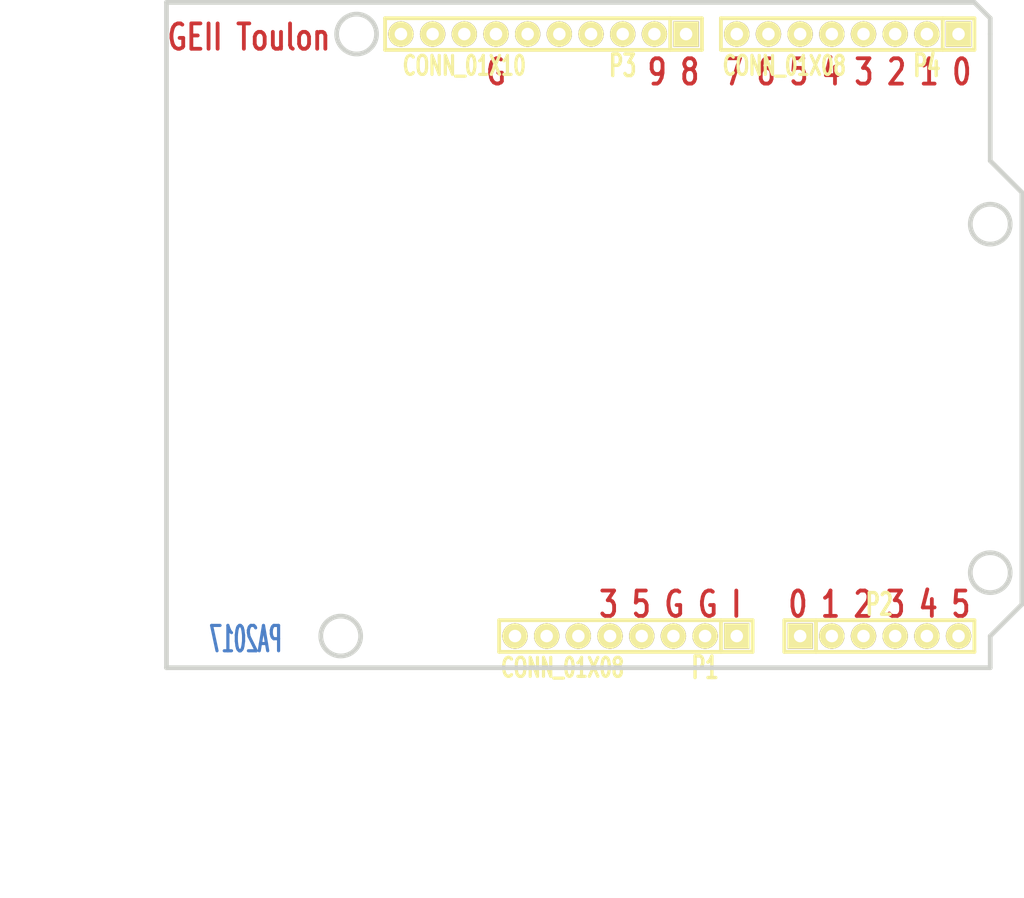
<source format=kicad_pcb>
(kicad_pcb (version 4) (host pcbnew 4.0.2+dfsg1-stable)

  (general
    (links 4)
    (no_connects 4)
    (area 62.737999 53.149499 144.970501 124.8664)
    (thickness 1.6002)
    (drawings 24)
    (tracks 0)
    (zones 0)
    (modules 4)
    (nets 4)
  )

  (page A4)
  (title_block
    (date "9 sep 2015")
  )

  (layers
    (0 Dessus signal)
    (31 Dessous signal)
    (32 B.Adhes user)
    (33 F.Adhes user)
    (34 B.Paste user)
    (35 F.Paste user)
    (36 B.SilkS user)
    (37 F.SilkS user)
    (38 B.Mask user)
    (39 F.Mask user)
    (40 Dwgs.User user)
    (41 Cmts.User user)
    (42 Eco1.User user)
    (43 Eco2.User user)
    (44 Edge.Cuts user)
  )

  (setup
    (last_trace_width 0.8128)
    (trace_clearance 0.254)
    (zone_clearance 0.508)
    (zone_45_only no)
    (trace_min 0.2032)
    (segment_width 0.381)
    (edge_width 0.381)
    (via_size 2.159)
    (via_drill 0.635)
    (via_min_size 0.889)
    (via_min_drill 0.508)
    (uvia_size 0.508)
    (uvia_drill 0.127)
    (uvias_allowed no)
    (uvia_min_size 0.508)
    (uvia_min_drill 0.127)
    (pcb_text_width 0.3048)
    (pcb_text_size 1.524 2.032)
    (mod_edge_width 0.381)
    (mod_text_size 1.524 1.524)
    (mod_text_width 0.3048)
    (pad_size 2.032 2.032)
    (pad_drill 1.00076)
    (pad_to_mask_clearance 0.254)
    (aux_axis_origin 0 0)
    (visible_elements 7FFFFFFF)
    (pcbplotparams
      (layerselection 0x00030_ffffffff)
      (usegerberextensions true)
      (excludeedgelayer true)
      (linewidth 0.150000)
      (plotframeref false)
      (viasonmask false)
      (mode 1)
      (useauxorigin false)
      (hpglpennumber 1)
      (hpglpenspeed 20)
      (hpglpendiameter 15)
      (hpglpenoverlay 2)
      (psnegative false)
      (psa4output false)
      (plotreference true)
      (plotvalue true)
      (plotinvisibletext false)
      (padsonsilk false)
      (subtractmaskfromsilk false)
      (outputformat 1)
      (mirror false)
      (drillshape 1)
      (scaleselection 1)
      (outputdirectory ""))
  )

  (net 0 "")
  (net 1 /AD4/SDA)
  (net 2 /AD5/SCL)
  (net 3 GND)

  (net_class Default "Ceci est la Netclass par défaut"
    (clearance 0.254)
    (trace_width 0.8128)
    (via_dia 2.159)
    (via_drill 0.635)
    (uvia_dia 0.508)
    (uvia_drill 0.127)
    (add_net /AD4/SDA)
    (add_net /AD5/SCL)
    (add_net GND)
  )

  (module IUT-CONNECTIQUE:IUT-SIL-8 locked (layer Dessus) (tedit 200000) (tstamp 577918FB)
    (at 113.03 104.14 180)
    (descr "Connecteur 8 pins")
    (tags "CONN DEV")
    (path /5779158E)
    (fp_text reference P1 (at -6.35 -2.54 180) (layer F.SilkS)
      (effects (font (size 1.72974 1.08712) (thickness 0.3048)))
    )
    (fp_text value CONN_01X08 (at 5.08 -2.54 180) (layer F.SilkS)
      (effects (font (size 1.524 1.016) (thickness 0.3048)))
    )
    (fp_line (start -10.16 -1.27) (end 10.16 -1.27) (layer F.SilkS) (width 0.3048))
    (fp_line (start 10.16 -1.27) (end 10.16 1.27) (layer F.SilkS) (width 0.3048))
    (fp_line (start 10.16 1.27) (end -10.16 1.27) (layer F.SilkS) (width 0.3048))
    (fp_line (start -10.16 1.27) (end -10.16 -1.27) (layer F.SilkS) (width 0.3048))
    (fp_line (start -7.62 1.27) (end -7.62 -1.27) (layer F.SilkS) (width 0.3048))
    (pad 1 thru_hole rect (at -8.89 0 180) (size 2.032 2.032) (drill 1.00076) (layers *.Mask Dessous F.SilkS))
    (pad 2 thru_hole circle (at -6.35 0 180) (size 2.032 2.032) (drill 1.00076) (layers *.Mask Dessous F.SilkS)
      (net 3 GND))
    (pad 3 thru_hole circle (at -3.81 0 180) (size 2.032 2.032) (drill 1.00076) (layers *.Mask Dessous F.SilkS)
      (net 3 GND))
    (pad 4 thru_hole circle (at -1.27 0 180) (size 2.032 2.032) (drill 1.00076) (layers *.Mask Dessous F.SilkS))
    (pad 5 thru_hole circle (at 1.27 0 180) (size 2.032 2.032) (drill 1.00076) (layers *.Mask Dessous F.SilkS))
    (pad 6 thru_hole circle (at 3.81 0 180) (size 2.032 2.032) (drill 1.00076) (layers *.Mask Dessous F.SilkS))
    (pad 7 thru_hole circle (at 6.35 0 180) (size 2.032 2.032) (drill 1.00076) (layers *.Mask Dessous F.SilkS))
    (pad 8 thru_hole circle (at 8.89 0 180) (size 2.032 2.032) (drill 1.00076) (layers *.Mask Dessous F.SilkS))
  )

  (module IUT-CONNECTIQUE:IUT-SIL-6 locked (layer Dessus) (tedit 200000) (tstamp 57791905)
    (at 133.35 104.14)
    (descr "Connecteur 6 pins")
    (tags "CONN DEV")
    (path /57791919)
    (fp_text reference P2 (at 0 -2.54) (layer F.SilkS)
      (effects (font (size 1.72974 1.08712) (thickness 0.3048)))
    )
    (fp_text value CONN_01X06 (at 0 -2.54) (layer F.SilkS) hide
      (effects (font (size 1.524 1.016) (thickness 0.3048)))
    )
    (fp_line (start -7.62 1.27) (end -7.62 -1.27) (layer F.SilkS) (width 0.3048))
    (fp_line (start -7.62 -1.27) (end 7.62 -1.27) (layer F.SilkS) (width 0.3048))
    (fp_line (start 7.62 -1.27) (end 7.62 1.27) (layer F.SilkS) (width 0.3048))
    (fp_line (start 7.62 1.27) (end -7.62 1.27) (layer F.SilkS) (width 0.3048))
    (fp_line (start -5.08 1.27) (end -5.08 -1.27) (layer F.SilkS) (width 0.3048))
    (pad 1 thru_hole rect (at -6.35 0) (size 2.032 2.032) (drill 1.00076) (layers *.Mask Dessous F.SilkS))
    (pad 2 thru_hole circle (at -3.81 0) (size 2.032 2.032) (drill 1.00076) (layers *.Mask Dessous F.SilkS))
    (pad 3 thru_hole circle (at -1.27 0) (size 2.032 2.032) (drill 1.00076) (layers *.Mask Dessous F.SilkS))
    (pad 4 thru_hole circle (at 1.27 0) (size 2.032 2.032) (drill 1.00076) (layers *.Mask Dessous F.SilkS))
    (pad 5 thru_hole circle (at 3.81 0) (size 2.032 2.032) (drill 1.00076) (layers *.Mask Dessous F.SilkS)
      (net 1 /AD4/SDA))
    (pad 6 thru_hole circle (at 6.35 0) (size 2.032 2.032) (drill 1.00076) (layers *.Mask Dessous F.SilkS)
      (net 2 /AD5/SCL))
  )

  (module IUT-CONNECTIQUE:IUT-SIL-10 locked (layer Dessus) (tedit 5469D4F7) (tstamp 57791913)
    (at 106.426 55.88 180)
    (descr "Connecteur 10 pins")
    (tags "CONN DEV")
    (path /577917E8)
    (fp_text reference P3 (at -6.35 -2.54 180) (layer F.SilkS)
      (effects (font (size 1.72974 1.08712) (thickness 0.27178)))
    )
    (fp_text value CONN_01X10 (at 6.35 -2.54 180) (layer F.SilkS)
      (effects (font (size 1.524 1.016) (thickness 0.254)))
    )
    (fp_line (start -12.7 1.27) (end -12.7 -1.27) (layer F.SilkS) (width 0.3048))
    (fp_line (start -12.7 -1.27) (end 12.7 -1.27) (layer F.SilkS) (width 0.3048))
    (fp_line (start 12.7 -1.27) (end 12.7 1.27) (layer F.SilkS) (width 0.3048))
    (fp_line (start 12.7 1.27) (end -12.7 1.27) (layer F.SilkS) (width 0.3048))
    (fp_line (start -10.16 1.27) (end -10.16 -1.27) (layer F.SilkS) (width 0.3048))
    (pad 1 thru_hole rect (at -11.43 0 180) (size 2.032 2.032) (drill 1.00076) (layers *.Mask Dessous F.SilkS))
    (pad 2 thru_hole circle (at -8.89 0 180) (size 2.032 2.032) (drill 1.00076) (layers *.Mask Dessous F.SilkS))
    (pad 3 thru_hole circle (at -6.35 0 180) (size 2.032 2.032) (drill 1.00076) (layers *.Mask Dessous F.SilkS))
    (pad 4 thru_hole circle (at -3.81 0 180) (size 2.032 2.032) (drill 1.00076) (layers *.Mask Dessous F.SilkS))
    (pad 5 thru_hole circle (at -1.27 0 180) (size 2.032 2.032) (drill 1.00076) (layers *.Mask Dessous F.SilkS))
    (pad 6 thru_hole circle (at 1.27 0 180) (size 2.032 2.032) (drill 1.00076) (layers *.Mask Dessous F.SilkS))
    (pad 7 thru_hole circle (at 3.81 0 180) (size 2.032 2.032) (drill 1.00076) (layers *.Mask Dessous F.SilkS)
      (net 3 GND))
    (pad 8 thru_hole circle (at 6.35 0 180) (size 2.032 2.032) (drill 1.00076) (layers *.Mask Dessous F.SilkS))
    (pad 9 thru_hole circle (at 8.89 0 180) (size 2.032 2.032) (drill 1.00076) (layers *.Mask Dessous F.SilkS)
      (net 1 /AD4/SDA))
    (pad 10 thru_hole circle (at 11.43 0 180) (size 2.032 2.032) (drill 1.00076) (layers *.Mask Dessous F.SilkS)
      (net 2 /AD5/SCL))
  )

  (module IUT-CONNECTIQUE:IUT-SIL-8 locked (layer Dessus) (tedit 200000) (tstamp 5779191F)
    (at 130.81 55.88 180)
    (descr "Connecteur 8 pins")
    (tags "CONN DEV")
    (path /5779168F)
    (fp_text reference P4 (at -6.35 -2.54 180) (layer F.SilkS)
      (effects (font (size 1.72974 1.08712) (thickness 0.3048)))
    )
    (fp_text value CONN_01X08 (at 5.08 -2.54 180) (layer F.SilkS)
      (effects (font (size 1.524 1.016) (thickness 0.3048)))
    )
    (fp_line (start -10.16 -1.27) (end 10.16 -1.27) (layer F.SilkS) (width 0.3048))
    (fp_line (start 10.16 -1.27) (end 10.16 1.27) (layer F.SilkS) (width 0.3048))
    (fp_line (start 10.16 1.27) (end -10.16 1.27) (layer F.SilkS) (width 0.3048))
    (fp_line (start -10.16 1.27) (end -10.16 -1.27) (layer F.SilkS) (width 0.3048))
    (fp_line (start -7.62 1.27) (end -7.62 -1.27) (layer F.SilkS) (width 0.3048))
    (pad 1 thru_hole rect (at -8.89 0 180) (size 2.032 2.032) (drill 1.00076) (layers *.Mask Dessous F.SilkS))
    (pad 2 thru_hole circle (at -6.35 0 180) (size 2.032 2.032) (drill 1.00076) (layers *.Mask Dessous F.SilkS))
    (pad 3 thru_hole circle (at -3.81 0 180) (size 2.032 2.032) (drill 1.00076) (layers *.Mask Dessous F.SilkS))
    (pad 4 thru_hole circle (at -1.27 0 180) (size 2.032 2.032) (drill 1.00076) (layers *.Mask Dessous F.SilkS))
    (pad 5 thru_hole circle (at 1.27 0 180) (size 2.032 2.032) (drill 1.00076) (layers *.Mask Dessous F.SilkS))
    (pad 6 thru_hole circle (at 3.81 0 180) (size 2.032 2.032) (drill 1.00076) (layers *.Mask Dessous F.SilkS))
    (pad 7 thru_hole circle (at 6.35 0 180) (size 2.032 2.032) (drill 1.00076) (layers *.Mask Dessous F.SilkS))
    (pad 8 thru_hole circle (at 8.89 0 180) (size 2.032 2.032) (drill 1.00076) (layers *.Mask Dessous F.SilkS))
  )

  (gr_text "9 8" (at 116.84 58.928) (layer Dessus)
    (effects (font (size 2.032 1.524) (thickness 0.3048)))
  )
  (gr_text "Template pour shield arduino\nTrous non métalisés \nGEII Toulon" (at 109.22 120.142) (layer Cmts.User)
    (effects (font (size 2.032 1.524) (thickness 0.3048)))
  )
  (gr_text PA2017 (at 82.55 104.394) (layer Dessous)
    (effects (font (size 2.032 1.016) (thickness 0.254)) (justify mirror))
  )
  (gr_text "GEII Toulon" (at 82.804 56.134) (layer Dessus)
    (effects (font (size 2.032 1.524) (thickness 0.3048)))
  )
  (gr_text "0 1 2 3 4 5" (at 133.35 101.6) (layer Dessus)
    (effects (font (size 2.032 1.524) (thickness 0.3048)))
  )
  (gr_text "7 6 5 4 3 2 1 0" (at 130.81 58.928) (layer Dessus)
    (effects (font (size 2.032 1.524) (thickness 0.3048)))
  )
  (gr_text G (at 102.616 58.928) (layer Dessus)
    (effects (font (size 2.032 1.524) (thickness 0.3048)))
  )
  (gr_text "3 5 G G I" (at 116.586 101.6) (layer Dessus)
    (effects (font (size 2.032 1.524) (thickness 0.3048)))
  )
  (dimension 68.58 (width 0.3048) (layer Cmts.User)
    (gr_text "68,580 mm" (at 110.49 113.38306) (layer Cmts.User)
      (effects (font (size 2.032 1.524) (thickness 0.3048)))
    )
    (feature1 (pts (xy 144.78 96.52) (xy 144.78 115.00866)))
    (feature2 (pts (xy 76.2 96.52) (xy 76.2 115.00866)))
    (crossbar (pts (xy 76.2 111.75746) (xy 144.78 111.75746)))
    (arrow1a (pts (xy 144.78 111.75746) (xy 143.65478 112.34166)))
    (arrow1b (pts (xy 144.78 111.75746) (xy 143.65478 111.17326)))
    (arrow2a (pts (xy 76.2 111.75746) (xy 77.32522 112.34166)))
    (arrow2b (pts (xy 76.2 111.75746) (xy 77.32522 111.17326)))
  )
  (dimension 53.34 (width 0.3048) (layer Cmts.User)
    (gr_text "53,340 mm" (at 69.4944 80.01 90) (layer Cmts.User)
      (effects (font (size 2.032 1.524) (thickness 0.3048)))
    )
    (feature1 (pts (xy 76.2 53.34) (xy 67.8688 53.34)))
    (feature2 (pts (xy 76.2 106.68) (xy 67.8688 106.68)))
    (crossbar (pts (xy 71.12 106.68) (xy 71.12 53.34)))
    (arrow1a (pts (xy 71.12 53.34) (xy 71.7042 54.46522)))
    (arrow1b (pts (xy 71.12 53.34) (xy 70.5358 54.46522)))
    (arrow2a (pts (xy 71.12 106.68) (xy 71.7042 105.55478)))
    (arrow2b (pts (xy 71.12 106.68) (xy 70.5358 105.55478)))
  )
  (gr_circle (center 90.17 104.14) (end 91.7702 104.14) (layer Edge.Cuts) (width 0.381))
  (gr_circle (center 142.24 99.06) (end 143.8402 99.06) (layer Edge.Cuts) (width 0.381))
  (gr_circle (center 142.24 71.12) (end 143.8402 71.12) (layer Edge.Cuts) (width 0.381))
  (gr_circle (center 91.44 55.88) (end 93.0402 55.88) (layer Edge.Cuts) (width 0.381))
  (gr_line (start 142.24 54.61) (end 142.24 55.88) (angle 90) (layer Edge.Cuts) (width 0.381))
  (gr_line (start 140.97 53.34) (end 142.24 54.61) (angle 90) (layer Edge.Cuts) (width 0.381))
  (gr_line (start 76.2 53.34) (end 140.97 53.34) (angle 90) (layer Edge.Cuts) (width 0.381))
  (gr_line (start 142.24 66.04) (end 142.24 55.88) (angle 90) (layer Edge.Cuts) (width 0.381))
  (gr_line (start 144.78 68.58) (end 142.24 66.04) (angle 90) (layer Edge.Cuts) (width 0.381))
  (gr_line (start 144.78 101.6) (end 144.78 68.58) (angle 90) (layer Edge.Cuts) (width 0.381))
  (gr_line (start 142.24 104.14) (end 144.78 101.6) (angle 90) (layer Edge.Cuts) (width 0.381))
  (gr_line (start 142.24 106.68) (end 142.24 104.14) (angle 90) (layer Edge.Cuts) (width 0.381))
  (gr_line (start 76.2 106.68) (end 142.24 106.68) (angle 90) (layer Edge.Cuts) (width 0.381))
  (gr_line (start 76.2 53.34) (end 76.2 106.68) (angle 90) (layer Edge.Cuts) (width 0.381))

)

</source>
